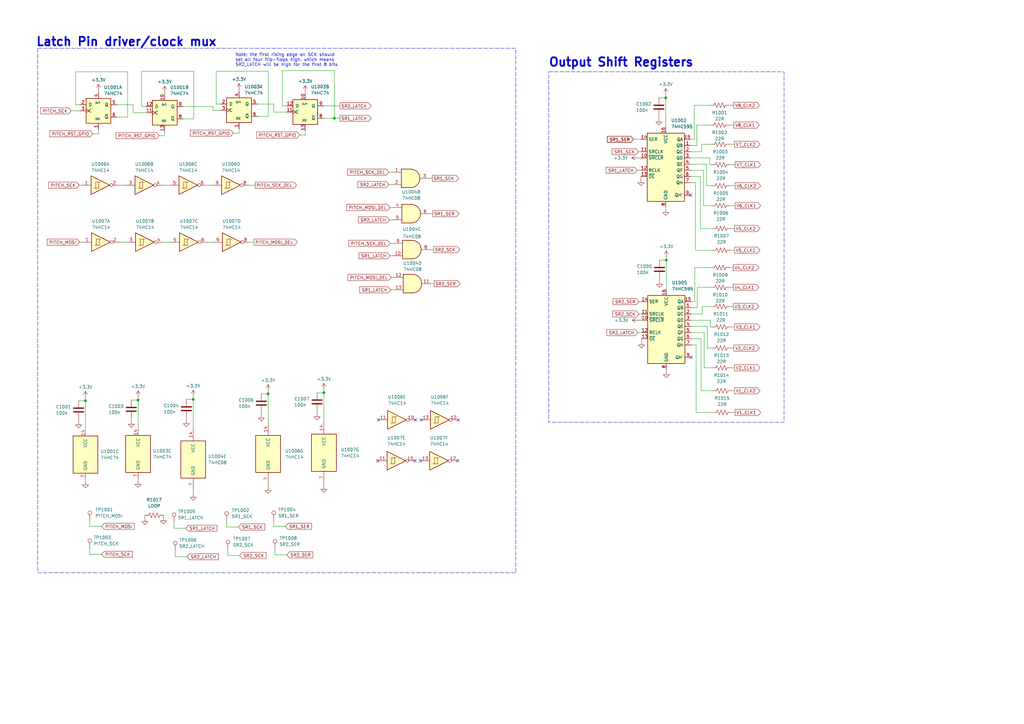
<source format=kicad_sch>
(kicad_sch (version 20231120) (generator "eeschema") (generator_version "8.0")
  (paper "A3")
  (lib_symbols
    (symbol "74xx:74HC14" (pin_names (offset 1.016))
      (property "Reference" "U" (at 0 1.27 0))
      (property "Value" "74HC14" (at 0 -1.27 0))
      (symbol "74HC14_1_0"
        (pin input line (at -7.62 0 0) (length 3.81) (name "~") (number "1"))
        (pin output inverted (at 7.62 0 180) (length 3.81) (name "~") (number "2"))
      )
      (symbol "74HC14_2_0"
        (pin input line (at -7.62 0 0) (length 3.81) (name "~") (number "3"))
        (pin output inverted (at 7.62 0 180) (length 3.81) (name "~") (number "4"))
      )
      (symbol "74HC14_3_0"
        (pin input line (at -7.62 0 0) (length 3.81) (name "~") (number "5"))
        (pin output inverted (at 7.62 0 180) (length 3.81) (name "~") (number "6"))
      )
      (symbol "74HC14_4_0"
        (pin output inverted (at 7.62 0 180) (length 3.81) (name "~") (number "8"))
        (pin input line (at -7.62 0 0) (length 3.81) (name "~") (number "9"))
      )
      (symbol "74HC14_5_0"
        (pin output inverted (at 7.62 0 180) (length 3.81) (name "~") (number "10"))
        (pin input line (at -7.62 0 0) (length 3.81) (name "~") (number "11"))
      )
      (symbol "74HC14_6_0"
        (pin output inverted (at 7.62 0 180) (length 3.81) (name "~") (number "12"))
        (pin input line (at -7.62 0 0) (length 3.81) (name "~") (number "13"))
      )
      (symbol "74HC14_7_0"
        (pin power_in line (at 0 12.7 270) (length 5.08) (name "VCC") (number "14"))
        (pin power_in line (at 0 -12.7 90) (length 5.08) (name "GND") (number "7"))
      )
    )
    (symbol "74xx:74HC595"
      (property "Reference" "U" (at -7.62 13.97 0))
      (property "Value" "74HC595" (at -7.62 -16.51 0))
      (symbol "74HC595_1_0"
        (pin tri_state line (at 10.16 7.62 180) (length 2.54) (name "QB") (number "1"))
        (pin input line (at -10.16 2.54 0) (length 2.54) (name "~{SRCLR}") (number "10"))
        (pin input line (at -10.16 5.08 0) (length 2.54) (name "SRCLK") (number "11"))
        (pin input line (at -10.16 -2.54 0) (length 2.54) (name "RCLK") (number "12"))
        (pin input line (at -10.16 -5.08 0) (length 2.54) (name "~{OE}") (number "13"))
        (pin input line (at -10.16 10.16 0) (length 2.54) (name "SER") (number "14"))
        (pin tri_state line (at 10.16 10.16 180) (length 2.54) (name "QA") (number "15"))
        (pin power_in line (at 0 15.24 270) (length 2.54) (name "VCC") (number "16"))
        (pin tri_state line (at 10.16 5.08 180) (length 2.54) (name "QC") (number "2"))
        (pin tri_state line (at 10.16 2.54 180) (length 2.54) (name "QD") (number "3"))
        (pin tri_state line (at 10.16 0 180) (length 2.54) (name "QE") (number "4"))
        (pin tri_state line (at 10.16 -2.54 180) (length 2.54) (name "QF") (number "5"))
        (pin tri_state line (at 10.16 -5.08 180) (length 2.54) (name "QG") (number "6"))
        (pin tri_state line (at 10.16 -7.62 180) (length 2.54) (name "QH") (number "7"))
        (pin power_in line (at 0 -17.78 90) (length 2.54) (name "GND") (number "8"))
        (pin output line (at 10.16 -12.7 180) (length 2.54) (name "QH'") (number "9"))
      )
    )
    (symbol "74xx:74HC74" (pin_names (offset 1.016))
      (property "Reference" "U" (at -7.62 8.89 0))
      (property "Value" "74HC74" (at -7.62 -8.89 0))
      (symbol "74HC74_1_0"
        (pin input line (at 0 -7.62 90) (length 2.54) (name "~{R}") (number "1"))
        (pin input line (at -7.62 2.54 0) (length 2.54) (name "D") (number "2"))
        (pin input clock (at -7.62 0 0) (length 2.54) (name "C") (number "3"))
        (pin input line (at 0 7.62 270) (length 2.54) (name "~{S}") (number "4"))
        (pin output line (at 7.62 2.54 180) (length 2.54) (name "Q") (number "5"))
        (pin output line (at 7.62 -2.54 180) (length 2.54) (name "~{Q}") (number "6"))
      )
      (symbol "74HC74_2_0"
        (pin input line (at 0 7.62 270) (length 2.54) (name "~{S}") (number "10"))
        (pin input clock (at -7.62 0 0) (length 2.54) (name "C") (number "11"))
        (pin input line (at -7.62 2.54 0) (length 2.54) (name "D") (number "12"))
        (pin input line (at 0 -7.62 90) (length 2.54) (name "~{R}") (number "13"))
        (pin output line (at 7.62 -2.54 180) (length 2.54) (name "~{Q}") (number "8"))
        (pin output line (at 7.62 2.54 180) (length 2.54) (name "Q") (number "9"))
      )
      (symbol "74HC74_3_0"
        (pin power_in line (at 0 10.16 270) (length 2.54) (name "VCC") (number "14"))
        (pin power_in line (at 0 -10.16 90) (length 2.54) (name "GND") (number "7"))
      )
    )
    (symbol "74xx:74LS08" (pin_names (offset 1.016))
      (property "Reference" "U" (at 0 1.27 0))
      (property "Value" "74LS08" (at 0 -1.27 0))
      (symbol "74LS08_1_1"
        (pin input line (at -7.62 2.54 0) (length 3.81) (name "~") (number "1"))
        (pin input line (at -7.62 -2.54 0) (length 3.81) (name "~") (number "2"))
        (pin output line (at 7.62 0 180) (length 3.81) (name "~") (number "3"))
      )
      (symbol "74LS08_1_2"
        (pin input inverted (at -7.62 2.54 0) (length 4.318) (name "~") (number "1"))
        (pin input inverted (at -7.62 -2.54 0) (length 4.318) (name "~") (number "2"))
        (pin output inverted (at 7.62 0 180) (length 3.81) (name "~") (number "3"))
      )
      (symbol "74LS08_2_1"
        (pin input line (at -7.62 2.54 0) (length 3.81) (name "~") (number "4"))
        (pin input line (at -7.62 -2.54 0) (length 3.81) (name "~") (number "5"))
        (pin output line (at 7.62 0 180) (length 3.81) (name "~") (number "6"))
      )
      (symbol "74LS08_2_2"
        (pin input inverted (at -7.62 2.54 0) (length 4.318) (name "~") (number "4"))
        (pin input inverted (at -7.62 -2.54 0) (length 4.318) (name "~") (number "5"))
        (pin output inverted (at 7.62 0 180) (length 3.81) (name "~") (number "6"))
      )
      (symbol "74LS08_3_1"
        (pin input line (at -7.62 -2.54 0) (length 3.81) (name "~") (number "10"))
        (pin output line (at 7.62 0 180) (length 3.81) (name "~") (number "8"))
        (pin input line (at -7.62 2.54 0) (length 3.81) (name "~") (number "9"))
      )
      (symbol "74LS08_3_2"
        (pin input inverted (at -7.62 -2.54 0) (length 4.318) (name "~") (number "10"))
        (pin output inverted (at 7.62 0 180) (length 3.81) (name "~") (number "8"))
        (pin input inverted (at -7.62 2.54 0) (length 4.318) (name "~") (number "9"))
      )
      (symbol "74LS08_4_1"
        (pin output line (at 7.62 0 180) (length 3.81) (name "~") (number "11"))
        (pin input line (at -7.62 2.54 0) (length 3.81) (name "~") (number "12"))
        (pin input line (at -7.62 -2.54 0) (length 3.81) (name "~") (number "13"))
      )
      (symbol "74LS08_4_2"
        (pin output inverted (at 7.62 0 180) (length 3.81) (name "~") (number "11"))
        (pin input inverted (at -7.62 2.54 0) (length 4.318) (name "~") (number "12"))
        (pin input inverted (at -7.62 -2.54 0) (length 4.318) (name "~") (number "13"))
      )
      (symbol "74LS08_5_0"
        (pin power_in line (at 0 12.7 270) (length 5.08) (name "VCC") (number "14"))
        (pin power_in line (at 0 -12.7 90) (length 5.08) (name "GND") (number "7"))
      )
    )
    (symbol "Connector:TestPoint" (pin_numbers hide) (pin_names (offset 0.762) hide) (in_bom no)
      (property "Reference" "TP" (at 0 6.858 0))
      (property "Value" "TestPoint" (at 0 5.08 0))
      (symbol "TestPoint_1_1"
        (pin passive line (at 0 0 90) (length 2.54) (name "1") (number "1"))
      )
    )
    (symbol "Device:C" (pin_numbers hide) (pin_names (offset 0.254))
      (property "Reference" "C" (at 0.635 2.54 0))
      (property "Value" "C" (at 0.635 -2.54 0))
      (symbol "C_1_1"
        (pin passive line (at 0 3.81 270) (length 2.794) (name "~") (number "1"))
        (pin passive line (at 0 -3.81 90) (length 2.794) (name "~") (number "2"))
      )
    )
    (symbol "Device:R_US" (pin_numbers hide) (pin_names (offset 0))
      (property "Reference" "R" (at 2.54 0 90))
      (property "Value" "R_US" (at -2.54 0 90))
      (symbol "R_US_1_1"
        (pin passive line (at 0 3.81 270) (length 1.27) (name "~") (number "1"))
        (pin passive line (at 0 -3.81 90) (length 1.27) (name "~") (number "2"))
      )
    )
    (symbol "GND_1" (power) (pin_numbers hide) (pin_names (offset 0) hide)
      (symbol "GND_1_1_1"
        (pin power_in line (at 0 0 270) (length 0) (name "~") (number "1"))
      )
    )
    (symbol "power:+3.3V" (power) (pin_names (offset 0))
      (property "Value" "+3.3V" (at 0 3.556 0))
      (symbol "+3.3V_1_1"
        (pin power_in line (at 0 0 90) (length 0) hide (name "+3.3V") (number "1"))
      )
    )
    (symbol "power:GND" (power) (pin_names (offset 0))
      (symbol "GND_1_1"
        (pin power_in line (at 0 0 270) (length 0) hide (name "GND") (number "1"))
      )
    )
  )
  (junction (at 35.052 164.338))
  (junction (at 273.05 40.132))
  (junction (at 273.304 106.68))
  (junction (at 109.982 161.544))
  (junction (at 56.642 164.084))
  (junction (at 132.842 161.036))
  (junction (at 137.16 48.514))
  (junction (at 79.248 163.83))
  (no_connect (at 154.94 188.976))
  (no_connect (at 172.466 188.976))
  (no_connect (at 187.96 172.212))
  (no_connect (at 172.72 172.212))
  (no_connect (at 170.434 172.212))
  (no_connect (at 283.21 80.01))
  (no_connect (at 187.706 188.976))
  (no_connect (at 155.194 172.212))
  (no_connect (at 283.464 146.558))
  (no_connect (at 170.18 188.976))
  (wire (pts (xy 287.528 160.274) (xy 292.354 160.274)))
  (wire (pts (xy 92.964 216.154) (xy 97.79 216.154)))
  (wire (pts (xy 270.256 40.132) (xy 273.05 40.132)))
  (wire (pts (xy 262.128 128.778) (xy 263.144 128.778)))
  (wire (pts (xy 35.052 196.596) (xy 35.052 197.612)))
  (wire (pts (xy 48.006 42.926) (xy 54.61 42.926)))
  (wire (pts (xy 283.464 126.238) (xy 286.004 126.238)))
  (wire (pts (xy 299.212 109.728) (xy 300.736 109.728)))
  (wire (pts (xy 299.72 150.876) (xy 301.244 150.876)))
  (wire (pts (xy 283.21 59.69) (xy 285.75 59.69)))
  (wire (pts (xy 85.09 99.314) (xy 87.376 99.314)))
  (wire (pts (xy 112.776 227.584) (xy 117.602 227.584)))
  (wire (pts (xy 88.646 29.21) (xy 109.982 29.21)))
  (wire (pts (xy 122.936 55.372) (xy 125.222 55.372)))
  (wire (pts (xy 273.05 38.862) (xy 273.05 40.132)))
  (wire (pts (xy 29.21 45.466) (xy 32.766 45.466)))
  (wire (pts (xy 38.1 54.864) (xy 40.386 54.864)))
  (wire (pts (xy 59.944 43.688) (xy 58.166 43.688)))
  (wire (pts (xy 112.268 213.614) (xy 112.268 215.9)))
  (wire (pts (xy 291.338 131.318) (xy 291.338 134.112)))
  (wire (pts (xy 67.564 37.846) (xy 67.564 38.608)))
  (wire (pts (xy 299.212 117.856) (xy 300.736 117.856)))
  (wire (pts (xy 56.642 164.084) (xy 56.642 176.022)))
  (wire (pts (xy 30.988 29.464) (xy 52.324 29.464)))
  (wire (pts (xy 283.464 141.478) (xy 285.496 141.478)))
  (wire (pts (xy 298.958 43.18) (xy 300.99 43.18)))
  (wire (pts (xy 112.776 225.298) (xy 112.776 227.584)))
  (wire (pts (xy 273.304 106.68) (xy 273.304 118.618)))
  (wire (pts (xy 35.052 164.338) (xy 35.052 176.276)))
  (wire (pts (xy 288.036 128.778) (xy 288.036 125.73)))
  (wire (pts (xy 137.16 48.514) (xy 132.842 48.514)))
  (wire (pts (xy 299.72 93.726) (xy 301.244 93.726)))
  (wire (pts (xy 125.222 55.372) (xy 125.222 53.594)))
  (wire (pts (xy 115.824 43.434) (xy 115.824 28.956)))
  (wire (pts (xy 109.982 161.544) (xy 109.982 173.482)))
  (wire (pts (xy 283.464 123.698) (xy 284.988 123.698)))
  (wire (pts (xy 48.768 75.946) (xy 51.562 75.946)))
  (wire (pts (xy 56.642 162.814) (xy 56.642 164.084)))
  (wire (pts (xy 79.502 29.21) (xy 79.502 48.768)))
  (wire (pts (xy 288.036 125.73) (xy 291.846 125.73)))
  (wire (pts (xy 93.472 225.552) (xy 93.472 227.838)))
  (wire (pts (xy 176.276 87.63) (xy 177.546 87.63)))
  (wire (pts (xy 36.83 225.044) (xy 36.83 227.33)))
  (wire (pts (xy 299.72 102.616) (xy 301.244 102.616)))
  (wire (pts (xy 289.814 76.2) (xy 291.846 76.2)))
  (wire (pts (xy 286.004 117.856) (xy 291.592 117.856)))
  (wire (pts (xy 71.374 216.662) (xy 76.2 216.662)))
  (wire (pts (xy 285.75 51.308) (xy 291.338 51.308)))
  (wire (pts (xy 130.048 168.656) (xy 130.048 169.672)))
  (wire (pts (xy 299.72 134.112) (xy 301.244 134.112)))
  (wire (pts (xy 270.256 47.752) (xy 270.256 48.768)))
  (wire (pts (xy 75.184 43.688) (xy 87.376 43.688)))
  (wire (pts (xy 66.802 75.946) (xy 69.596 75.946)))
  (wire (pts (xy 283.464 128.778) (xy 288.036 128.778)))
  (wire (pts (xy 88.646 42.672) (xy 88.646 29.21)))
  (wire (pts (xy 40.386 37.084) (xy 40.386 37.846)))
  (wire (pts (xy 56.642 196.342) (xy 56.642 197.358)))
  (wire (pts (xy 93.472 227.838) (xy 98.298 227.838)))
  (wire (pts (xy 59.436 211.328) (xy 59.436 212.598)))
  (wire (pts (xy 132.842 161.036) (xy 132.842 172.974)))
  (wire (pts (xy 35.052 163.068) (xy 35.052 164.338)))
  (wire (pts (xy 291.084 64.77) (xy 291.084 67.564)))
  (wire (pts (xy 105.664 42.672) (xy 112.268 42.672)))
  (wire (pts (xy 76.454 171.45) (xy 76.454 172.466)))
  (wire (pts (xy 112.268 42.672) (xy 112.268 45.974)))
  (wire (pts (xy 283.21 72.39) (xy 287.274 72.39)))
  (wire (pts (xy 284.988 109.728) (xy 291.592 109.728)))
  (wire (pts (xy 71.374 214.376) (xy 71.374 216.662)))
  (wire (pts (xy 299.72 142.748) (xy 300.99 142.748)))
  (wire (pts (xy 36.83 227.33) (xy 41.656 227.33)))
  (wire (pts (xy 112.268 45.974) (xy 117.602 45.974)))
  (wire (pts (xy 299.466 84.328) (xy 301.498 84.328)))
  (wire (pts (xy 30.988 42.926) (xy 30.988 29.464)))
  (wire (pts (xy 299.466 125.73) (xy 300.736 125.73)))
  (wire (pts (xy 71.882 226.06) (xy 71.882 228.346)))
  (wire (pts (xy 109.982 29.21) (xy 109.982 47.752)))
  (wire (pts (xy 87.376 45.212) (xy 90.424 45.212)))
  (wire (pts (xy 125.222 37.592) (xy 125.222 38.354)))
  (wire (pts (xy 270.51 114.3) (xy 270.51 115.316)))
  (wire (pts (xy 79.248 201.168) (xy 79.248 202.692)))
  (wire (pts (xy 54.61 46.228) (xy 59.944 46.228)))
  (wire (pts (xy 49.022 99.314) (xy 51.816 99.314)))
  (wire (pts (xy 284.734 43.18) (xy 291.338 43.18)))
  (wire (pts (xy 287.274 93.726) (xy 292.1 93.726)))
  (wire (pts (xy 79.248 162.56) (xy 79.248 163.83)))
  (wire (pts (xy 176.022 73.152) (xy 177.292 73.152)))
  (wire (pts (xy 67.564 55.626) (xy 67.564 53.848)))
  (wire (pts (xy 53.848 164.084) (xy 56.642 164.084)))
  (wire (pts (xy 285.242 102.616) (xy 292.1 102.616)))
  (wire (pts (xy 270.51 106.68) (xy 273.304 106.68)))
  (wire (pts (xy 289.814 67.31) (xy 289.814 76.2)))
  (wire (pts (xy 287.528 138.938) (xy 287.528 160.274)))
  (wire (pts (xy 52.324 48.006) (xy 48.006 48.006)))
  (wire (pts (xy 290.068 133.858) (xy 290.068 142.748)))
  (wire (pts (xy 109.982 160.274) (xy 109.982 161.544)))
  (wire (pts (xy 283.21 74.93) (xy 285.242 74.93)))
  (wire (pts (xy 291.084 67.564) (xy 291.846 67.564)))
  (wire (pts (xy 291.338 134.112) (xy 292.1 134.112)))
  (wire (pts (xy 261.874 131.318) (xy 263.144 131.318)))
  (wire (pts (xy 40.386 54.864) (xy 40.386 53.086)))
  (wire (pts (xy 109.982 47.752) (xy 105.664 47.752)))
  (wire (pts (xy 262.89 72.39) (xy 262.89 73.66)))
  (wire (pts (xy 288.544 84.328) (xy 291.846 84.328)))
  (wire (pts (xy 273.05 85.09) (xy 273.05 85.852)))
  (wire (pts (xy 290.068 142.748) (xy 292.1 142.748)))
  (wire (pts (xy 287.782 59.182) (xy 291.592 59.182)))
  (wire (pts (xy 84.836 75.946) (xy 87.122 75.946)))
  (wire (pts (xy 65.278 55.626) (xy 67.564 55.626)))
  (wire (pts (xy 160.02 104.902) (xy 161.29 104.902)))
  (wire (pts (xy 36.83 215.9) (xy 41.656 215.9)))
  (wire (pts (xy 261.366 69.85) (xy 262.89 69.85)))
  (wire (pts (xy 79.502 48.768) (xy 75.184 48.768)))
  (wire (pts (xy 32.766 42.926) (xy 30.988 42.926)))
  (wire (pts (xy 285.75 59.69) (xy 285.75 51.308)))
  (wire (pts (xy 261.62 136.398) (xy 263.144 136.398)))
  (wire (pts (xy 284.988 123.698) (xy 284.988 109.728)))
  (wire (pts (xy 285.242 74.93) (xy 285.242 102.616)))
  (wire (pts (xy 107.188 169.164) (xy 107.188 170.18)))
  (wire (pts (xy 32.258 171.958) (xy 32.258 172.974)))
  (wire (pts (xy 273.304 105.41) (xy 273.304 106.68)))
  (wire (pts (xy 284.734 57.15) (xy 284.734 43.18)))
  (wire (pts (xy 176.784 116.332) (xy 178.054 116.332)))
  (wire (pts (xy 176.53 102.362) (xy 177.8 102.362)))
  (wire (pts (xy 263.144 138.938) (xy 263.144 140.208)))
  (wire (pts (xy 285.496 169.164) (xy 292.354 169.164)))
  (wire (pts (xy 261.62 64.77) (xy 262.89 64.77)))
  (wire (pts (xy 67.056 211.328) (xy 67.056 212.344)))
  (wire (pts (xy 137.16 48.514) (xy 139.446 48.514)))
  (wire (pts (xy 32.766 99.314) (xy 33.782 99.314)))
  (wire (pts (xy 137.16 28.956) (xy 137.16 48.514)))
  (wire (pts (xy 299.974 169.164) (xy 301.498 169.164)))
  (wire (pts (xy 283.21 62.23) (xy 287.782 62.23)))
  (wire (pts (xy 87.376 43.688) (xy 87.376 45.212)))
  (wire (pts (xy 79.248 163.83) (xy 79.248 175.768)))
  (wire (pts (xy 262.128 123.698) (xy 263.144 123.698)))
  (wire (pts (xy 159.766 90.17) (xy 161.036 90.17)))
  (wire (pts (xy 36.83 213.614) (xy 36.83 215.9)))
  (wire (pts (xy 115.824 28.956) (xy 137.16 28.956)))
  (wire (pts (xy 132.842 43.434) (xy 139.446 43.434)))
  (wire (pts (xy 299.466 76.2) (xy 301.498 76.2)))
  (wire (pts (xy 283.464 131.318) (xy 291.338 131.318)))
  (wire (pts (xy 76.454 163.83) (xy 79.248 163.83)))
  (wire (pts (xy 102.616 99.314) (xy 104.14 99.314)))
  (wire (pts (xy 92.964 213.868) (xy 92.964 216.154)))
  (wire (pts (xy 288.798 150.876) (xy 292.1 150.876)))
  (wire (pts (xy 58.166 43.688) (xy 58.166 29.21)))
  (wire (pts (xy 159.512 75.692) (xy 160.782 75.692)))
  (wire (pts (xy 299.974 160.274) (xy 301.244 160.274)))
  (wire (pts (xy 288.544 69.85) (xy 288.544 84.328)))
  (wire (pts (xy 67.056 99.314) (xy 69.85 99.314)))
  (wire (pts (xy 283.464 136.398) (xy 288.798 136.398)))
  (wire (pts (xy 95.758 54.61) (xy 98.044 54.61)))
  (wire (pts (xy 283.21 67.31) (xy 289.814 67.31)))
  (wire (pts (xy 102.362 75.946) (xy 104.648 75.946)))
  (wire (pts (xy 261.874 62.23) (xy 262.89 62.23)))
  (wire (pts (xy 98.044 36.83) (xy 98.044 37.592)))
  (wire (pts (xy 117.602 43.434) (xy 115.824 43.434)))
  (wire (pts (xy 259.842 57.15) (xy 262.89 57.15)))
  (wire (pts (xy 160.274 118.872) (xy 161.544 118.872)))
  (wire (pts (xy 107.188 161.544) (xy 109.982 161.544)))
  (wire (pts (xy 71.882 228.346) (xy 76.708 228.346)))
  (wire (pts (xy 53.848 171.704) (xy 53.848 172.72)))
  (wire (pts (xy 287.274 72.39) (xy 287.274 93.726)))
  (wire (pts (xy 299.466 67.564) (xy 301.498 67.564)))
  (wire (pts (xy 283.464 138.938) (xy 287.528 138.938)))
  (wire (pts (xy 286.004 126.238) (xy 286.004 117.856)))
  (wire (pts (xy 32.512 75.946) (xy 33.528 75.946)))
  (wire (pts (xy 88.646 42.672) (xy 90.424 42.672)))
  (wire (pts (xy 32.258 164.338) (xy 35.052 164.338)))
  (wire (pts (xy 298.958 51.308) (xy 300.99 51.308)))
  (wire (pts (xy 299.212 59.182) (xy 301.244 59.182)))
  (wire (pts (xy 287.782 62.23) (xy 287.782 59.182)))
  (wire (pts (xy 288.798 136.398) (xy 288.798 150.876)))
  (wire (pts (xy 132.842 159.766) (xy 132.842 161.036)))
  (wire (pts (xy 160.528 113.792) (xy 161.544 113.792)))
  (wire (pts (xy 130.048 161.036) (xy 132.842 161.036)))
  (wire (pts (xy 283.464 133.858) (xy 290.068 133.858)))
  (wire (pts (xy 132.842 198.374) (xy 132.842 199.39)))
  (wire (pts (xy 109.982 198.882) (xy 109.982 199.898)))
  (wire (pts (xy 98.044 54.61) (xy 98.044 52.832)))
  (wire (pts (xy 159.512 70.612) (xy 160.782 70.612)))
  (wire (pts (xy 54.61 42.926) (xy 54.61 46.228)))
  (wire (pts (xy 285.496 141.478) (xy 285.496 169.164)))
  (wire (pts (xy 160.02 99.822) (xy 161.29 99.822)))
  (wire (pts (xy 52.324 29.464) (xy 52.324 48.006)))
  (wire (pts (xy 273.05 40.132) (xy 273.05 52.07)))
  (wire (pts (xy 283.21 69.85) (xy 288.544 69.85)))
  (wire (pts (xy 283.21 57.15) (xy 284.734 57.15)))
  (wire (pts (xy 112.268 215.9) (xy 117.094 215.9)))
  (wire (pts (xy 160.02 85.09) (xy 161.036 85.09)))
  (wire (pts (xy 273.304 151.638) (xy 273.304 152.4)))
  (wire (pts (xy 283.21 64.77) (xy 291.084 64.77)))
  (wire (pts (xy 58.166 29.21) (xy 79.502 29.21)))
  (rectangle (start 15.494 19.812) (end 211.582 234.95) (stroke (width 0) (type dash)))
  (rectangle (start 225.044 29.464) (end 321.564 173.228) (stroke (width 0) (type dash)))
  (text "Output Shift Registers" (at 254.762 25.654 0) (effects (font (size 3.5 3.5) (thickness 0.7) (bold yes))))
  (text "Note: the first rising edge on SCK should\nset all four flip-flops high, which means\nSR2_LATCH will be high for the first 8 bits" (at 96.52 24.638 0) (effects (font (size 1.27 1.27)) (justify left)))
  (text "Latch Pin driver/clock mux" (at 51.816 17.272 0) (effects (font (size 3.5 3.5) (thickness 0.7) (bold yes))))
  (global_label "SR1_LATCH" (shape input) (at 261.366 69.85 180) (property "Intersheetrefs" "${INTERSHEET_REFS}" (effects (hide yes))))
  (global_label "V7_CLK2" (shape output) (at 301.244 59.182 0) (property "Intersheetrefs" "${INTERSHEET_REFS}" (effects (hide yes))))
  (global_label "SR2_LATCH" (shape output) (at 139.446 43.434 0) (property "Intersheetrefs" "${INTERSHEET_REFS}" (effects (hide yes))))
  (global_label "PITCH_RST_GPIO" (shape input) (at 65.278 55.626 180) (property "Intersheetrefs" "${INTERSHEET_REFS}" (effects (hide yes))))
  (global_label "SR1_LATCH" (shape input) (at 160.274 118.872 180) (property "Intersheetrefs" "${INTERSHEET_REFS}" (effects (hide yes))))
  (global_label "PITCH_RST_GPIO" (shape input) (at 95.758 54.61 180) (property "Intersheetrefs" "${INTERSHEET_REFS}" (effects (hide yes))))
  (global_label "SR1_LATCH" (shape output) (at 139.446 48.514 0) (property "Intersheetrefs" "${INTERSHEET_REFS}" (effects (hide yes))))
  (global_label "V4_CLK2" (shape output) (at 300.736 109.728 0) (property "Intersheetrefs" "${INTERSHEET_REFS}" (effects (hide yes))))
  (global_label "V1_CLK1" (shape output) (at 301.498 169.164 0) (property "Intersheetrefs" "${INTERSHEET_REFS}" (effects (hide yes))))
  (global_label "V8_CLK2" (shape output) (at 300.99 43.18 0) (property "Intersheetrefs" "${INTERSHEET_REFS}" (effects (hide yes))))
  (global_label "V2_CLK2" (shape output) (at 300.99 142.748 0) (property "Intersheetrefs" "${INTERSHEET_REFS}" (effects (hide yes))))
  (global_label "V2_CLK1" (shape output) (at 301.244 150.876 0) (property "Intersheetrefs" "${INTERSHEET_REFS}" (effects (hide yes))))
  (global_label "SR2_LATCH" (shape input) (at 76.708 228.346 0) (property "Intersheetrefs" "${INTERSHEET_REFS}" (effects (hide yes))))
  (global_label "V3_CLK1" (shape output) (at 301.244 134.112 0) (property "Intersheetrefs" "${INTERSHEET_REFS}" (effects (hide yes))))
  (global_label "V5_CLK2" (shape output) (at 301.244 93.726 0) (property "Intersheetrefs" "${INTERSHEET_REFS}" (effects (hide yes))))
  (global_label "SR2_SCK" (shape input) (at 262.128 128.778 180) (property "Intersheetrefs" "${INTERSHEET_REFS}" (effects (hide yes))))
  (global_label "PITCH_SCK_DEL" (shape output) (at 104.648 75.946 0) (property "Intersheetrefs" "${INTERSHEET_REFS}" (effects (hide yes))))
  (global_label "SR2_SCK" (shape output) (at 177.8 102.362 0) (property "Intersheetrefs" "${INTERSHEET_REFS}" (effects (hide yes))))
  (global_label "PITCH_MOSI" (shape input) (at 32.766 99.314 180) (property "Intersheetrefs" "${INTERSHEET_REFS}" (effects (hide yes))))
  (global_label "PITCH_MOSI_DEL" (shape output) (at 104.14 99.314 0) (property "Intersheetrefs" "${INTERSHEET_REFS}" (effects (hide yes))))
  (global_label "PITCH_MOSI_DEL" (shape input) (at 160.528 113.792 180) (property "Intersheetrefs" "${INTERSHEET_REFS}" (effects (hide yes))))
  (global_label "SR1_SER" (shape input) (at 117.094 215.9 0) (property "Intersheetrefs" "${INTERSHEET_REFS}" (effects (hide yes))))
  (global_label "SR2_LATCH" (shape input) (at 159.766 90.17 180) (property "Intersheetrefs" "${INTERSHEET_REFS}" (effects (hide yes))))
  (global_label "SR1_SCK" (shape input) (at 97.79 216.154 0) (property "Intersheetrefs" "${INTERSHEET_REFS}" (effects (hide yes))))
  (global_label "V7_CLK1" (shape output) (at 301.498 67.564 0) (property "Intersheetrefs" "${INTERSHEET_REFS}" (effects (hide yes))))
  (global_label "V5_CLK1" (shape output) (at 301.244 102.616 0) (property "Intersheetrefs" "${INTERSHEET_REFS}" (effects (hide yes))))
  (global_label "V8_CLK1" (shape output) (at 300.99 51.308 0) (property "Intersheetrefs" "${INTERSHEET_REFS}" (effects (hide yes))))
  (global_label "V4_CLK1" (shape output) (at 300.736 117.856 0) (property "Intersheetrefs" "${INTERSHEET_REFS}" (effects (hide yes))))
  (global_label "SR2_SCK" (shape input) (at 98.298 227.838 0) (property "Intersheetrefs" "${INTERSHEET_REFS}" (effects (hide yes))))
  (global_label "PITCH_MOSI_DEL" (shape input) (at 160.02 85.09 180) (property "Intersheetrefs" "${INTERSHEET_REFS}" (effects (hide yes))))
  (global_label "SR2_SER" (shape input) (at 117.602 227.584 0) (property "Intersheetrefs" "${INTERSHEET_REFS}" (effects (hide yes))))
  (global_label "V1_CLK2" (shape output) (at 301.244 160.274 0) (property "Intersheetrefs" "${INTERSHEET_REFS}" (effects (hide yes))))
  (global_label "V3_CLK2" (shape output) (at 300.736 125.73 0) (property "Intersheetrefs" "${INTERSHEET_REFS}" (effects (hide yes))))
  (global_label "SR1_SER" (shape input) (at 259.842 57.15 180) (property "Intersheetrefs" "${INTERSHEET_REFS}" (effects (hide yes))))
  (global_label "SR2_SER" (shape output) (at 178.054 116.332 0) (property "Intersheetrefs" "${INTERSHEET_REFS}" (effects (hide yes))))
  (global_label "PITCH_SCK_DEL" (shape input) (at 159.512 70.612 180) (property "Intersheetrefs" "${INTERSHEET_REFS}" (effects (hide yes))))
  (global_label "SR2_LATCH" (shape input) (at 159.512 75.692 180) (property "Intersheetrefs" "${INTERSHEET_REFS}" (effects (hide yes))))
  (global_label "SR1_SCK" (shape input) (at 261.874 62.23 180) (property "Intersheetrefs" "${INTERSHEET_REFS}" (effects (hide yes))))
  (global_label "PITCH_SCK" (shape input) (at 32.512 75.946 180) (property "Intersheetrefs" "${INTERSHEET_REFS}" (effects (hide yes))))
  (global_label "SR1_LATCH" (shape input) (at 160.02 104.902 180) (property "Intersheetrefs" "${INTERSHEET_REFS}" (effects (hide yes))))
  (global_label "SR2_LATCH" (shape input) (at 261.62 136.398 180) (property "Intersheetrefs" "${INTERSHEET_REFS}" (effects (hide yes))))
  (global_label "SR1_SER" (shape output) (at 177.546 87.63 0) (property "Intersheetrefs" "${INTERSHEET_REFS}" (effects (hide yes))))
  (global_label "PITCH_SCK" (shape input) (at 41.656 227.33 0) (property "Intersheetrefs" "${INTERSHEET_REFS}" (effects (hide yes))))
  (global_label "V6_CLK1" (shape output) (at 301.498 84.328 0) (property "Intersheetrefs" "${INTERSHEET_REFS}" (effects (hide yes))))
  (global_label "SR2_SER" (shape input) (at 262.128 123.698 180) (property "Intersheetrefs" "${INTERSHEET_REFS}" (effects (hide yes))))
  (global_label "PITCH_RST_GPIO" (shape input) (at 38.1 54.864 180) (property "Intersheetrefs" "${INTERSHEET_REFS}" (effects (hide yes))))
  (global_label "PITCH_SCK_DEL" (shape input) (at 160.02 99.822 180) (property "Intersheetrefs" "${INTERSHEET_REFS}" (effects (hide yes))))
  (global_label "V6_CLK2" (shape output) (at 301.498 76.2 0) (property "Intersheetrefs" "${INTERSHEET_REFS}" (effects (hide yes))))
  (global_label "SR1_LATCH" (shape input) (at 76.2 216.662 0) (property "Intersheetrefs" "${INTERSHEET_REFS}" (effects (hide yes))))
  (global_label "SR1_SCK" (shape output) (at 177.292 73.152 0) (property "Intersheetrefs" "${INTERSHEET_REFS}" (effects (hide yes))))
  (global_label "PITCH_SCK" (shape input) (at 29.21 45.466 180) (property "Intersheetrefs" "${INTERSHEET_REFS}" (effects (hide yes))))
  (global_label "PITCH_RST_GPIO" (shape input) (at 122.936 55.372 180) (property "Intersheetrefs" "${INTERSHEET_REFS}" (effects (hide yes))))
  (global_label "SR1_SER" (shape input) (at 259.842 57.15 180) (property "Intersheetrefs" "${INTERSHEET_REFS}" (effects (hide yes))))
  (global_label "PITCH_MOSI" (shape input) (at 41.656 215.9 0) (property "Intersheetrefs" "${INTERSHEET_REFS}" (effects (hide yes))))
  (symbol (lib_id "Connector:TestPoint") (at 92.964 213.868 0) (unit 1) (in_bom no)
    (property "Reference" "TP1002" (at 94.996 209.2959 0) (effects (justify left)))
    (property "Value" "SR1_SCK" (at 94.996 211.8359 0) (effects (justify left)))
    (property "Footprint" "TestPoint:TestPoint_THTPad_D1.0mm_Drill0.5mm_VAL" (effects (hide yes)))
    (property "Description" "test point" (effects (hide yes)))
  )
  (symbol (lib_id "power:+3.3V") (at 273.304 105.41 0) (unit 1)
    (property "Reference" "#PWR01021" (effects (hide yes)))
    (property "Value" "+3.3V" (at 273.304 101.092 0))
  )
  (symbol (lib_id "Device:R_US") (at 295.402 109.728 90) (unit 1)
    (property "Reference" "R1009" (at 295.402 112.776 90))
    (property "Value" "22R" (at 295.402 115.316 90))
    (property "Footprint" "Resistor_SMD:R_0805_2012Metric" (effects (hide yes)))
    (property "Description" "Resistor, US symbol" (effects (hide yes)))
  )
  (symbol (lib_id "74xx:74HC14") (at 59.182 75.946 0) (unit 2)
    (property "Reference" "U1006" (at 59.182 67.31 0))
    (property "Value" "74HC14" (at 59.182 69.85 0))
    (property "Datasheet" "http://www.ti.com/lit/gpn/sn74HC14" (effects (hide yes)))
    (property "Description" "Hex inverter schmitt trigger" (effects (hide yes)))
  )
  (symbol (lib_id "74xx:74HC74") (at 35.052 186.436 0) (unit 3)
    (property "Reference" "U1001" (at 41.148 185.1659 0) (effects (justify left)))
    (property "Value" "74HC74" (at 41.148 187.7059 0) (effects (justify left)))
    (property "Footprint" "Package_SO:SOIC-14_3.9x8.7mm_P1.27mm" (effects (hide yes)))
    (property "Datasheet" "74xx/74hc_hct74.pdf" (effects (hide yes)))
    (property "Description" "Dual D Flip-flop, Set & Reset" (effects (hide yes)))
  )
  (symbol (lib_id "74xx:74HC14") (at 162.56 188.976 0) (unit 5)
    (property "Reference" "U1007" (at 162.56 179.578 0))
    (property "Value" "74HC14" (at 162.56 182.118 0))
    (property "Datasheet" "http://www.ti.com/lit/gpn/sn74HC14" (effects (hide yes)))
    (property "Description" "Hex inverter schmitt trigger" (effects (hide yes)))
  )
  (symbol (lib_id "74xx:74HC14") (at 132.842 185.674 0) (unit 7)
    (property "Reference" "U1007" (at 139.7 184.4039 0) (effects (justify left)))
    (property "Value" "74HC14" (at 139.7 186.9439 0) (effects (justify left)))
    (property "Datasheet" "http://www.ti.com/lit/gpn/sn74HC14" (effects (hide yes)))
    (property "Description" "Hex inverter schmitt trigger" (effects (hide yes)))
  )
  (symbol (lib_id "power:+3.3V") (at 273.05 38.862 0) (unit 1)
    (property "Reference" "#PWR01009" (effects (hide yes)))
    (property "Value" "+3.3V" (at 273.05 34.544 0))
  )
  (symbol (lib_id "Connector:TestPoint") (at 112.776 225.298 0) (unit 1) (in_bom no)
    (property "Reference" "TP1008" (at 114.554 220.7259 0) (effects (justify left)))
    (property "Value" "SR2_SER" (at 114.554 223.2659 0) (effects (justify left)))
    (property "Footprint" "TestPoint:TestPoint_THTPad_D1.0mm_Drill0.5mm_VAL" (effects (hide yes)))
    (property "Description" "test point" (effects (hide yes)))
  )
  (symbol (lib_id "74xx:74LS08") (at 168.402 73.152 0) (unit 1)
    (property "Reference" "U1004" (effects (hide yes)))
    (property "Value" "74HC08" (effects (hide yes)))
    (property "Footprint" "Package_SO:SOIC-14_3.9x8.7mm_P1.27mm" (effects (hide yes)))
    (property "Datasheet" "http://www.ti.com/lit/gpn/sn74LS08" (effects (hide yes)))
    (property "Description" "Quad And2" (effects (hide yes)))
  )
  (symbol (lib_id "Device:R_US") (at 295.91 134.112 90) (unit 1)
    (property "Reference" "R1012" (at 295.91 137.16 90))
    (property "Value" "22R" (at 295.91 139.7 90))
    (property "Footprint" "Resistor_SMD:R_0805_2012Metric" (effects (hide yes)))
    (property "Description" "Resistor, US symbol" (effects (hide yes)))
  )
  (symbol (lib_id "Device:R_US") (at 295.656 67.564 90) (unit 1)
    (property "Reference" "R1004" (at 295.656 70.612 90))
    (property "Value" "22R" (at 295.656 73.152 90))
    (property "Footprint" "Resistor_SMD:R_0805_2012Metric" (effects (hide yes)))
    (property "Description" "Resistor, US symbol" (effects (hide yes)))
  )
  (symbol (lib_id "power:+3.3V") (at 56.642 162.814 0) (unit 1)
    (property "Reference" "#PWR01014" (effects (hide yes)))
    (property "Value" "+3.3V" (at 56.642 158.496 0))
  )
  (symbol (lib_id "74xx:74LS08") (at 168.91 102.362 0) (unit 3)
    (property "Reference" "U1004" (at 168.9017 93.98 0))
    (property "Value" "74HC08" (at 168.9017 97.028 0))
    (property "Footprint" "Package_SO:SOIC-14_3.9x8.7mm_P1.27mm" (effects (hide yes)))
    (property "Datasheet" "http://www.ti.com/lit/gpn/sn74LS08" (effects (hide yes)))
    (property "Description" "Quad And2" (effects (hide yes)))
  )
  (symbol (lib_id "power:+3.3V") (at 35.052 163.068 0) (unit 1)
    (property "Reference" "#PWR01011" (effects (hide yes)))
    (property "Value" "+3.3V" (at 35.052 158.75 0))
  )
  (symbol (lib_id "Connector:TestPoint") (at 36.83 213.614 0) (unit 1) (in_bom no)
    (property "Reference" "TP1001" (at 39.116 209.0419 0) (effects (justify left)))
    (property "Value" "PITCH_MOSI" (at 39.116 211.5819 0) (effects (justify left)))
    (property "Footprint" "TestPoint:TestPoint_THTPad_D1.0mm_Drill0.5mm_VAL" (effects (hide yes)))
    (property "Description" "test point" (effects (hide yes)))
  )
  (symbol (lib_id "74xx:74HC14") (at 180.34 172.212 0) (unit 6)
    (property "Reference" "U1006" (at 180.34 162.814 0))
    (property "Value" "74HC14" (at 180.34 165.354 0))
    (property "Datasheet" "http://www.ti.com/lit/gpn/sn74HC14" (effects (hide yes)))
    (property "Description" "Hex inverter schmitt trigger" (effects (hide yes)))
  )
  (symbol (lib_id "Device:R_US") (at 295.91 102.616 90) (unit 1)
    (property "Reference" "R1008" (effects (hide yes)))
    (property "Value" "22R" (effects (hide yes)))
    (property "Footprint" "Resistor_SMD:R_0805_2012Metric" (effects (hide yes)))
    (property "Description" "Resistor, US symbol" (effects (hide yes)))
  )
  (symbol (lib_id "Device:R_US") (at 295.91 93.726 90) (unit 1)
    (property "Reference" "R1007" (at 295.91 96.774 90))
    (property "Value" "22R" (at 295.91 99.314 90))
    (property "Footprint" "Resistor_SMD:R_0805_2012Metric" (effects (hide yes)))
    (property "Description" "Resistor, US symbol" (effects (hide yes)))
  )
  (symbol (lib_id "Device:R_US") (at 295.402 59.182 90) (unit 1)
    (property "Reference" "R1003" (at 295.402 62.23 90))
    (property "Value" "22R" (at 295.402 64.77 90))
    (property "Footprint" "Resistor_SMD:R_0805_2012Metric" (effects (hide yes)))
    (property "Description" "Resistor, US symbol" (effects (hide yes)))
  )
  (symbol (lib_id "74xx:74LS08") (at 168.656 87.63 0) (unit 2)
    (property "Reference" "U1004" (at 168.6477 78.74 0))
    (property "Value" "74HC08" (at 168.6477 81.28 0))
    (property "Footprint" "Package_SO:SOIC-14_3.9x8.7mm_P1.27mm" (effects (hide yes)))
    (property "Datasheet" "http://www.ti.com/lit/gpn/sn74LS08" (effects (hide yes)))
    (property "Description" "Quad And2" (effects (hide yes)))
  )
  (symbol (lib_id "power:+3.3V") (at 261.874 131.318 90) (unit 1)
    (property "Reference" "#PWR01018" (effects (hide yes)))
    (property "Value" "+3.3V" (at 257.81 131.318 90) (effects (justify left)))
  )
  (symbol (lib_id "power:GND") (at 270.51 115.316 0) (unit 1)
    (property "Reference" "#PWR01020" (effects (hide yes)))
    (property "Value" "GND" (effects (hide yes)))
  )
  (symbol (lib_id "74xx:74HC74") (at 98.044 45.212 0) (unit 1)
    (property "Reference" "U1003" (at 100.2381 35.56 0) (effects (justify left)))
    (property "Value" "74HC74" (at 100.2381 38.1 0) (effects (justify left)))
    (property "Footprint" "Package_SO:SOIC-14_3.9x8.7mm_P1.27mm" (effects (hide yes)))
    (property "Datasheet" "74xx/74hc_hct74.pdf" (effects (hide yes)))
    (property "Description" "Dual D Flip-flop, Set & Reset" (effects (hide yes)))
  )
  (symbol (lib_id "Device:C") (at 32.258 168.148 0) (unit 1)
    (property "Reference" "C1001" (at 22.86 166.878 0) (effects (justify left)))
    (property "Value" "100n" (at 22.86 169.418 0) (effects (justify left)))
    (property "Footprint" "Capacitor_SMD:C_0805_2012Metric" (effects (hide yes)))
  )
  (symbol (lib_id "power:+3.3V") (at 125.222 37.592 0) (unit 1)
    (property "Reference" "#PWR01007" (effects (hide yes)))
    (property "Value" "+3.3V" (at 125.222 33.274 0))
  )
  (symbol (lib_id "power:GND") (at 53.848 172.72 0) (unit 1)
    (property "Reference" "#PWR01013" (effects (hide yes)))
    (property "Value" "GND" (effects (hide yes)))
  )
  (symbol (lib_id "power:GND") (at 35.052 197.612 0) (unit 1)
    (property "Reference" "#PWR01012" (effects (hide yes)))
    (property "Value" "GND" (effects (hide yes)))
  )
  (symbol (lib_id "power:GND") (at 107.188 170.18 0) (unit 1)
    (property "Reference" "#PWR01026" (effects (hide yes)))
    (property "Value" "GND" (effects (hide yes)))
  )
  (symbol (lib_id "74xx:74HC14") (at 59.436 99.314 0) (unit 2)
    (property "Reference" "U1007" (at 59.436 90.678 0))
    (property "Value" "74HC14" (at 59.436 93.218 0))
    (property "Datasheet" "http://www.ti.com/lit/gpn/sn74HC14" (effects (hide yes)))
    (property "Description" "Hex inverter schmitt trigger" (effects (hide yes)))
  )
  (symbol (lib_id "74xx:74HC14") (at 77.47 99.314 0) (unit 3)
    (property "Reference" "U1007" (at 77.47 90.678 0))
    (property "Value" "74HC14" (at 77.47 93.218 0))
    (property "Datasheet" "http://www.ti.com/lit/gpn/sn74HC14" (effects (hide yes)))
    (property "Description" "Hex inverter schmitt trigger" (effects (hide yes)))
  )
  (symbol (lib_id "74xx:74HC14") (at 41.148 75.946 0) (unit 1)
    (property "Reference" "U1006" (at 41.148 67.31 0))
    (property "Value" "74HC14" (at 41.148 69.85 0))
    (property "Datasheet" "http://www.ti.com/lit/gpn/sn74HC14" (effects (hide yes)))
    (property "Description" "Hex inverter schmitt trigger" (effects (hide yes)))
  )
  (symbol (lib_id "power:+3.3V") (at 98.044 36.83 0) (unit 1)
    (property "Reference" "#PWR01005" (effects (hide yes)))
    (property "Value" "+3.3V" (at 98.044 32.512 0))
  )
  (symbol (lib_id "power:GND") (at 273.05 85.852 0) (unit 1)
    (property "Reference" "#PWR01010" (effects (hide yes)))
    (property "Value" "GND" (effects (hide yes)))
  )
  (symbol (lib_id "power:GND") (at 132.842 199.39 0) (unit 1)
    (property "Reference" "#PWR01031" (effects (hide yes)))
    (property "Value" "GND" (effects (hide yes)))
  )
  (symbol (lib_id "power:+3.3V") (at 132.842 159.766 0) (unit 1)
    (property "Reference" "#PWR01030" (effects (hide yes)))
    (property "Value" "+3.3V" (at 132.842 155.448 0))
  )
  (symbol (lib_id "power:GND") (at 67.056 212.344 0) (mirror y) (unit 1)
    (property "Reference" "#PWR01025" (effects (hide yes)))
    (property "Value" "GND" (effects (hide yes)))
  )
  (symbol (lib_id "74xx:74HC595") (at 273.304 133.858 0) (unit 1)
    (property "Reference" "U1005" (at 275.4981 115.951 0) (effects (justify left)))
    (property "Value" "74HC595" (at 275.4981 118.491 0) (effects (justify left)))
    (property "Footprint" "Package_SO:SOIC-16_3.9x9.9mm_P1.27mm" (effects (hide yes)))
    (property "Datasheet" "http://www.ti.com/lit/ds/symlink/sn74hc595.pdf" (effects (hide yes)))
  )
  (symbol (lib_id "power:GND") (at 273.304 152.4 0) (unit 1)
    (property "Reference" "#PWR01022" (effects (hide yes)))
    (property "Value" "GND" (effects (hide yes)))
  )
  (symbol (lib_id "Device:R_US") (at 295.656 76.2 90) (unit 1)
    (property "Reference" "R1005" (at 295.656 79.248 90))
    (property "Value" "22R" (at 295.656 81.788 90))
    (property "Footprint" "Resistor_SMD:R_0805_2012Metric" (effects (hide yes)))
    (property "Description" "Resistor, US symbol" (effects (hide yes)))
  )
  (symbol (lib_id "74xx:74HC14") (at 41.402 99.314 0) (unit 1)
    (property "Reference" "U1007" (at 41.402 90.678 0))
    (property "Value" "74HC14" (at 41.402 93.218 0))
    (property "Datasheet" "http://www.ti.com/lit/gpn/sn74HC14" (effects (hide yes)))
    (property "Description" "Hex inverter schmitt trigger" (effects (hide yes)))
  )
  (symbol (lib_name "GND_1") (lib_id "power:GND") (at 79.248 202.692 0) (unit 1)
    (property "Reference" "#PWR01017" (effects (hide yes)))
    (property "Value" "GND" (effects (hide yes)))
    (property "Description" "Power symbol creates a global label with name \"GND\" , ground" (effects (hide yes)))
  )
  (symbol (lib_id "Device:C") (at 76.454 167.64 0) (unit 1)
    (property "Reference" "C1004" (at 67.056 166.37 0) (effects (justify left)))
    (property "Value" "100n" (at 67.056 168.91 0) (effects (justify left)))
    (property "Footprint" "Capacitor_SMD:C_0805_2012Metric" (effects (hide yes)))
  )
  (symbol (lib_id "74xx:74HC74") (at 56.642 186.182 0) (unit 3)
    (property "Reference" "U1003" (at 62.738 184.9119 0) (effects (justify left)))
    (property "Value" "74HC74" (at 62.738 187.4519 0) (effects (justify left)))
    (property "Footprint" "Package_SO:SOIC-14_3.9x8.7mm_P1.27mm" (effects (hide yes)))
    (property "Datasheet" "74xx/74hc_hct74.pdf" (effects (hide yes)))
    (property "Description" "Dual D Flip-flop, Set & Reset" (effects (hide yes)))
  )
  (symbol (lib_id "Device:R_US") (at 295.656 125.73 90) (unit 1)
    (property "Reference" "R1011" (at 295.656 128.778 90))
    (property "Value" "22R" (at 295.656 131.318 90))
    (property "Footprint" "Resistor_SMD:R_0805_2012Metric" (effects (hide yes)))
    (property "Description" "Resistor, US symbol" (effects (hide yes)))
  )
  (symbol (lib_id "Device:R_US") (at 295.402 117.856 90) (unit 1)
    (property "Reference" "R1010" (at 295.402 120.904 90))
    (property "Value" "22R" (at 295.402 123.444 90))
    (property "Footprint" "Resistor_SMD:R_0805_2012Metric" (effects (hide yes)))
    (property "Description" "Resistor, US symbol" (effects (hide yes)))
  )
  (symbol (lib_id "power:GND") (at 270.256 48.768 0) (unit 1)
    (property "Reference" "#PWR01006" (effects (hide yes)))
    (property "Value" "GND" (effects (hide yes)))
  )
  (symbol (lib_id "power:+3.3V") (at 261.62 64.77 90) (unit 1)
    (property "Reference" "#PWR01002" (effects (hide yes)))
    (property "Value" "+3.3V" (at 257.556 64.77 90) (effects (justify left)))
  )
  (symbol (lib_id "Device:R_US") (at 295.91 150.876 90) (unit 1)
    (property "Reference" "R1014" (at 295.91 153.924 90))
    (property "Value" "22R" (at 295.91 156.464 90))
    (property "Footprint" "Resistor_SMD:R_0805_2012Metric" (effects (hide yes)))
    (property "Description" "Resistor, US symbol" (effects (hide yes)))
  )
  (symbol (lib_id "Device:R_US") (at 295.91 142.748 90) (unit 1)
    (property "Reference" "R1013" (at 295.91 145.796 90))
    (property "Value" "22R" (at 295.91 148.336 90))
    (property "Footprint" "Resistor_SMD:R_0805_2012Metric" (effects (hide yes)))
    (property "Description" "Resistor, US symbol" (effects (hide yes)))
  )
  (symbol (lib_id "74xx:74LS08") (at 79.248 188.468 0) (unit 5)
    (property "Reference" "U1004" (at 85.344 187.1979 0) (effects (justify left)))
    (property "Value" "74HC08" (at 85.344 189.7379 0) (effects (justify left)))
    (property "Footprint" "Package_SO:SOIC-14_3.9x8.7mm_P1.27mm" (effects (hide yes)))
    (property "Datasheet" "http://www.ti.com/lit/gpn/sn74LS08" (effects (hide yes)))
    (property "Description" "Quad And2" (effects (hide yes)))
  )
  (symbol (lib_id "Device:R_US") (at 296.164 160.274 90) (unit 1)
    (property "Reference" "R1015" (at 296.164 163.322 90))
    (property "Value" "22R" (at 296.164 165.862 90))
    (property "Footprint" "Resistor_SMD:R_0805_2012Metric" (effects (hide yes)))
    (property "Description" "Resistor, US symbol" (effects (hide yes)))
  )
  (symbol (lib_id "74xx:74HC14") (at 109.982 186.182 0) (unit 7)
    (property "Reference" "U1006" (at 116.84 184.9119 0) (effects (justify left)))
    (property "Value" "74HC14" (at 116.84 187.4519 0) (effects (justify left)))
    (property "Datasheet" "http://www.ti.com/lit/gpn/sn74HC14" (effects (hide yes)))
    (property "Description" "Hex inverter schmitt trigger" (effects (hide yes)))
  )
  (symbol (lib_id "74xx:74HC74") (at 125.222 45.974 0) (unit 2)
    (property "Reference" "U1003" (at 127.4161 35.56 0) (effects (justify left)))
    (property "Value" "74HC74" (at 127.4161 38.1 0) (effects (justify left)))
    (property "Footprint" "Package_SO:SOIC-14_3.9x8.7mm_P1.27mm" (effects (hide yes)))
    (property "Datasheet" "74xx/74hc_hct74.pdf" (effects (hide yes)))
    (property "Description" "Dual D Flip-flop, Set & Reset" (effects (hide yes)))
  )
  (symbol (lib_id "Connector:TestPoint") (at 71.374 214.376 0) (unit 1) (in_bom no)
    (property "Reference" "TP1005" (at 72.898 209.8039 0) (effects (justify left)))
    (property "Value" "SR1_LATCH" (at 72.898 212.3439 0) (effects (justify left)))
    (property "Footprint" "TestPoint:TestPoint_THTPad_D1.0mm_Drill0.5mm_VAL" (effects (hide yes)))
    (property "Description" "test point" (effects (hide yes)))
  )
  (symbol (lib_id "74xx:74HC74") (at 67.564 46.228 0) (unit 2)
    (property "Reference" "U1001" (at 69.7581 35.814 0) (effects (justify left)))
    (property "Value" "74HC74" (at 69.7581 38.354 0) (effects (justify left)))
    (property "Footprint" "Package_SO:SOIC-14_3.9x8.7mm_P1.27mm" (effects (hide yes)))
    (property "Datasheet" "74xx/74hc_hct74.pdf" (effects (hide yes)))
    (property "Description" "Dual D Flip-flop, Set & Reset" (effects (hide yes)))
  )
  (symbol (lib_id "Device:C") (at 270.51 110.49 0) (unit 1)
    (property "Reference" "C1005" (at 261.112 109.22 0) (effects (justify left)))
    (property "Value" "100n" (at 261.112 111.76 0) (effects (justify left)))
    (property "Footprint" "Capacitor_SMD:C_0805_2012Metric" (effects (hide yes)))
  )
  (symbol (lib_id "Device:C") (at 107.188 165.354 0) (unit 1)
    (property "Reference" "C1006" (at 97.79 164.084 0) (effects (justify left)))
    (property "Value" "100n" (at 97.79 166.624 0) (effects (justify left)))
    (property "Footprint" "Capacitor_SMD:C_0805_2012Metric" (effects (hide yes)))
  )
  (symbol (lib_id "Device:R_US") (at 63.246 211.328 90) (unit 1)
    (property "Reference" "R1017" (at 63.246 204.978 90))
    (property "Value" "LOOP" (at 63.246 207.518 90))
    (property "Footprint" "Resistor_THT:R_Axial_DIN0204_L3.6mm_D1.6mm_P5.08mm_Horizontal" (effects (hide yes)))
    (property "Description" "Resistor, US symbol" (effects (hide yes)))
  )
  (symbol (lib_id "power:GND") (at 109.982 199.898 0) (unit 1)
    (property "Reference" "#PWR01028" (effects (hide yes)))
    (property "Value" "GND" (effects (hide yes)))
  )
  (symbol (lib_id "power:GND") (at 130.048 169.672 0) (unit 1)
    (property "Reference" "#PWR01029" (effects (hide yes)))
    (property "Value" "GND" (effects (hide yes)))
  )
  (symbol (lib_id "Connector:TestPoint") (at 36.83 225.044 0) (unit 1) (in_bom no)
    (property "Reference" "TP1003" (at 38.354 220.4719 0) (effects (justify left)))
    (property "Value" "PITCH_SCK" (at 38.354 223.0119 0) (effects (justify left)))
    (property "Footprint" "TestPoint:TestPoint_THTPad_D1.0mm_Drill0.5mm_VAL" (effects (hide yes)))
    (property "Description" "test point" (effects (hide yes)))
  )
  (symbol (lib_id "74xx:74HC74") (at 40.386 45.466 0) (unit 1)
    (property "Reference" "U1001" (at 42.5801 35.814 0) (effects (justify left)))
    (property "Value" "74HC74" (at 42.5801 38.354 0) (effects (justify left)))
    (property "Footprint" "Package_SO:SOIC-14_3.9x8.7mm_P1.27mm" (effects (hide yes)))
    (property "Datasheet" "74xx/74hc_hct74.pdf" (effects (hide yes)))
    (property "Description" "Dual D Flip-flop, Set & Reset" (effects (hide yes)))
  )
  (symbol (lib_id "power:GND") (at 263.144 140.208 0) (unit 1)
    (property "Reference" "#PWR01019" (effects (hide yes)))
    (property "Value" "GND" (effects (hide yes)))
  )
  (symbol (lib_id "74xx:74HC14") (at 94.996 99.314 0) (unit 4)
    (property "Reference" "U1007" (at 94.996 90.678 0))
    (property "Value" "74HC14" (at 94.996 93.218 0))
    (property "Datasheet" "http://www.ti.com/lit/gpn/sn74HC14" (effects (hide yes)))
    (property "Description" "Hex inverter schmitt trigger" (effects (hide yes)))
  )
  (symbol (lib_id "power:+3.3V") (at 79.248 162.56 0) (unit 1)
    (property "Reference" "#PWR01016" (effects (hide yes)))
    (property "Value" "+3.3V" (at 79.248 158.242 0))
  )
  (symbol (lib_id "Device:R_US") (at 295.656 84.328 90) (unit 1)
    (property "Reference" "R1006" (at 295.656 87.376 90))
    (property "Value" "22R" (at 295.656 89.916 90))
    (property "Footprint" "Resistor_SMD:R_0805_2012Metric" (effects (hide yes)))
    (property "Description" "Resistor, US symbol" (effects (hide yes)))
  )
  (symbol (lib_id "power:+3.3V") (at 40.386 37.084 0) (unit 1)
    (property "Reference" "#PWR01001" (effects (hide yes)))
    (property "Value" "+3.3V" (at 40.386 32.766 0))
  )
  (symbol (lib_id "Device:R_US") (at 296.164 169.164 90) (unit 1)
    (property "Reference" "R1016" (effects (hide yes)))
    (property "Value" "22R" (effects (hide yes)))
    (property "Footprint" "Resistor_SMD:R_0805_2012Metric" (effects (hide yes)))
    (property "Description" "Resistor, US symbol" (effects (hide yes)))
  )
  (symbol (lib_id "power:GND") (at 32.258 172.974 0) (unit 1)
    (property "Reference" "#PWR01008" (effects (hide yes)))
    (property "Value" "GND" (effects (hide yes)))
  )
  (symbol (lib_id "74xx:74LS08") (at 169.164 116.332 0) (unit 4)
    (property "Reference" "U1004" (at 169.1557 107.95 0))
    (property "Value" "74HC08" (at 169.1557 110.49 0))
    (property "Footprint" "Package_SO:SOIC-14_3.9x8.7mm_P1.27mm" (effects (hide yes)))
    (property "Datasheet" "http://www.ti.com/lit/gpn/sn74LS08" (effects (hide yes)))
    (property "Description" "Quad And2" (effects (hide yes)))
  )
  (symbol (lib_id "Device:R_US") (at 295.148 43.18 90) (unit 1)
    (property "Reference" "R1001" (at 295.148 46.228 90))
    (property "Value" "22R" (at 295.148 48.768 90))
    (property "Footprint" "Resistor_SMD:R_0805_2012Metric" (effects (hide yes)))
    (property "Description" "Resistor, US symbol" (effects (hide yes)))
  )
  (symbol (lib_id "Device:C") (at 270.256 43.942 0) (unit 1)
    (property "Reference" "C1002" (at 260.858 42.672 0) (effects (justify left)))
    (property "Value" "100n" (at 260.858 45.212 0) (effects (justify left)))
    (property "Footprint" "Capacitor_SMD:C_0805_2012Metric" (effects (hide yes)))
  )
  (symbol (lib_id "Device:R_US") (at 295.148 51.308 90) (unit 1)
    (property "Reference" "R1002" (at 295.148 54.356 90))
    (property "Value" "22R" (at 295.148 56.896 90))
    (property "Footprint" "Resistor_SMD:R_0805_2012Metric" (effects (hide yes)))
    (property "Description" "Resistor, US symbol" (effects (hide yes)))
  )
  (symbol (lib_id "74xx:74HC14") (at 77.216 75.946 0) (unit 3)
    (property "Reference" "U1006" (at 77.216 67.31 0))
    (property "Value" "74HC14" (at 77.216 69.85 0))
    (property "Datasheet" "http://www.ti.com/lit/gpn/sn74HC14" (effects (hide yes)))
    (property "Description" "Hex inverter schmitt trigger" (effects (hide yes)))
  )
  (symbol (lib_id "Device:C") (at 130.048 164.846 0) (unit 1)
    (property "Reference" "C1007" (at 120.65 163.576 0) (effects (justify left)))
    (property "Value" "100n" (at 120.65 166.116 0) (effects (justify left)))
    (property "Footprint" "Capacitor_SMD:C_0805_2012Metric" (effects (hide yes)))
  )
  (symbol (lib_id "power:+3.3V") (at 109.982 160.274 0) (unit 1)
    (property "Reference" "#PWR01027" (effects (hide yes)))
    (property "Value" "+3.3V" (at 109.982 155.956 0))
  )
  (symbol (lib_id "power:GND") (at 56.642 197.358 0) (unit 1)
    (property "Reference" "#PWR01023" (effects (hide yes)))
    (property "Value" "GND" (effects (hide yes)))
  )
  (symbol (lib_id "Device:C") (at 53.848 167.894 0) (unit 1)
    (property "Reference" "C1003" (at 44.45 166.624 0) (effects (justify left)))
    (property "Value" "100n" (at 44.45 169.164 0) (effects (justify left)))
    (property "Footprint" "Capacitor_SMD:C_0805_2012Metric" (effects (hide yes)))
  )
  (symbol (lib_id "power:+3.3V") (at 67.564 37.846 0) (unit 1)
    (property "Reference" "#PWR01003" (effects (hide yes)))
    (property "Value" "+3.3V" (at 67.564 33.528 0))
  )
  (symbol (lib_id "Connector:TestPoint") (at 112.268 213.614 0) (unit 1) (in_bom no)
    (property "Reference" "TP1004" (at 114.046 209.0419 0) (effects (justify left)))
    (property "Value" "SR1_SER" (at 114.046 211.5819 0) (effects (justify left)))
    (property "Footprint" "TestPoint:TestPoint_THTPad_D1.0mm_Drill0.5mm_VAL" (effects (hide yes)))
    (property "Description" "test point" (effects (hide yes)))
  )
  (symbol (lib_id "74xx:74HC14") (at 180.086 188.976 0) (unit 6)
    (property "Reference" "U1007" (at 180.086 179.578 0))
    (property "Value" "74HC14" (at 180.086 182.118 0))
    (property "Datasheet" "http://www.ti.com/lit/gpn/sn74HC14" (effects (hide yes)))
    (property "Description" "Hex inverter schmitt trigger" (effects (hide yes)))
  )
  (symbol (lib_id "power:GND") (at 262.89 73.66 0) (unit 1)
    (property "Reference" "#PWR01004" (effects (hide yes)))
    (property "Value" "GND" (effects (hide yes)))
  )
  (symbol (lib_id "power:GND") (at 59.436 212.598 0) (mirror y) (unit 1)
    (property "Reference" "#PWR01024" (effects (hide yes)))
    (property "Value" "GND" (effects (hide yes)))
  )
  (symbol (lib_id "Connector:TestPoint") (at 71.882 226.06 0) (unit 1) (in_bom no)
    (property "Reference" "TP1006" (at 73.406 221.4879 0) (effects (justify left)))
    (property "Value" "SR2_LATCH" (at 73.406 224.0279 0) (effects (justify left)))
    (property "Footprint" "TestPoint:TestPoint_THTPad_D1.0mm_Drill0.5mm_VAL" (effects (hide yes)))
    (property "Description" "test point" (effects (hide yes)))
  )
  (symbol (lib_id "74xx:74HC595") (at 273.05 67.31 0) (unit 1)
    (property "Reference" "U1002" (at 275.2441 49.403 0) (effects (justify left)))
    (property "Value" "74HC595" (at 275.2441 51.943 0) (effects (justify left)))
    (property "Footprint" "Package_SO:SOIC-16_3.9x9.9mm_P1.27mm" (effects (hide yes)))
    (property "Datasheet" "http://www.ti.com/lit/ds/symlink/sn74hc595.pdf" (effects (hide yes)))
  )
  (symbol (lib_id "74xx:74HC14") (at 94.742 75.946 0) (unit 4)
    (property "Reference" "U1006" (at 94.742 67.31 0))
    (property "Value" "74HC14" (at 94.742 69.85 0))
    (property "Datasheet" "http://www.ti.com/lit/gpn/sn74HC14" (effects (hide yes)))
    (property "Description" "Hex inverter schmitt trigger" (effects (hide yes)))
  )
  (symbol (lib_id "Connector:TestPoint") (at 93.472 225.552 0) (unit 1) (in_bom no)
    (property "Reference" "TP1007" (at 95.504 220.9799 0) (effects (justify left)))
    (property "Value" "SR2_SCK" (at 95.504 223.5199 0) (effects (justify left)))
    (property "Footprint" "TestPoint:TestPoint_THTPad_D1.0mm_Drill0.5mm_VAL" (effects (hide yes)))
    (property "Description" "test point" (effects (hide yes)))
  )
  (symbol (lib_id "74xx:74HC14") (at 162.814 172.212 0) (unit 5)
    (property "Reference" "U1006" (at 162.814 162.814 0))
    (property "Value" "74HC14" (at 162.814 165.354 0))
    (property "Datasheet" "http://www.ti.com/lit/gpn/sn74HC14" (effects (hide yes)))
    (property "Description" "Hex inverter schmitt trigger" (effects (hide yes)))
  )
  (symbol (lib_id "power:GND") (at 76.454 172.466 0) (unit 1)
    (property "Reference" "#PWR01015" (effects (hide yes)))
    (property "Value" "GND" (effects (hide yes)))
  )
)
</source>
